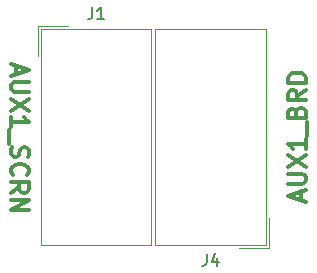
<source format=gto>
G04 #@! TF.GenerationSoftware,KiCad,Pcbnew,5.0.2-bee76a0~70~ubuntu18.04.1*
G04 #@! TF.CreationDate,2019-12-09T23:25:18+09:00*
G04 #@! TF.ProjectId,AUX1_adapter,41555831-5f61-4646-9170-7465722e6b69,rev?*
G04 #@! TF.SameCoordinates,Original*
G04 #@! TF.FileFunction,Legend,Top*
G04 #@! TF.FilePolarity,Positive*
%FSLAX46Y46*%
G04 Gerber Fmt 4.6, Leading zero omitted, Abs format (unit mm)*
G04 Created by KiCad (PCBNEW 5.0.2-bee76a0~70~ubuntu18.04.1) date Mon 09 Dec 2019 11:25:18 PM JST*
%MOMM*%
%LPD*%
G01*
G04 APERTURE LIST*
%ADD10C,0.300000*%
%ADD11C,0.120000*%
%ADD12C,0.150000*%
G04 APERTURE END LIST*
D10*
X107600000Y-70242857D02*
X107600000Y-69528571D01*
X108028571Y-70385714D02*
X106528571Y-69885714D01*
X108028571Y-69385714D01*
X106528571Y-68885714D02*
X107742857Y-68885714D01*
X107885714Y-68814285D01*
X107957142Y-68742857D01*
X108028571Y-68600000D01*
X108028571Y-68314285D01*
X107957142Y-68171428D01*
X107885714Y-68100000D01*
X107742857Y-68028571D01*
X106528571Y-68028571D01*
X106528571Y-67457142D02*
X108028571Y-66457142D01*
X106528571Y-66457142D02*
X108028571Y-67457142D01*
X108028571Y-65100000D02*
X108028571Y-65957142D01*
X108028571Y-65528571D02*
X106528571Y-65528571D01*
X106742857Y-65671428D01*
X106885714Y-65814285D01*
X106957142Y-65957142D01*
X108171428Y-64814285D02*
X108171428Y-63671428D01*
X107242857Y-62814285D02*
X107314285Y-62600000D01*
X107385714Y-62528571D01*
X107528571Y-62457142D01*
X107742857Y-62457142D01*
X107885714Y-62528571D01*
X107957142Y-62600000D01*
X108028571Y-62742857D01*
X108028571Y-63314285D01*
X106528571Y-63314285D01*
X106528571Y-62814285D01*
X106600000Y-62671428D01*
X106671428Y-62600000D01*
X106814285Y-62528571D01*
X106957142Y-62528571D01*
X107100000Y-62600000D01*
X107171428Y-62671428D01*
X107242857Y-62814285D01*
X107242857Y-63314285D01*
X108028571Y-60957142D02*
X107314285Y-61457142D01*
X108028571Y-61814285D02*
X106528571Y-61814285D01*
X106528571Y-61242857D01*
X106600000Y-61100000D01*
X106671428Y-61028571D01*
X106814285Y-60957142D01*
X107028571Y-60957142D01*
X107171428Y-61028571D01*
X107242857Y-61100000D01*
X107314285Y-61242857D01*
X107314285Y-61814285D01*
X108028571Y-60314285D02*
X106528571Y-60314285D01*
X106528571Y-59957142D01*
X106600000Y-59742857D01*
X106742857Y-59600000D01*
X106885714Y-59528571D01*
X107171428Y-59457142D01*
X107385714Y-59457142D01*
X107671428Y-59528571D01*
X107814285Y-59600000D01*
X107957142Y-59742857D01*
X108028571Y-59957142D01*
X108028571Y-60314285D01*
X83500000Y-58907142D02*
X83500000Y-59621428D01*
X83071428Y-58764285D02*
X84571428Y-59264285D01*
X83071428Y-59764285D01*
X84571428Y-60264285D02*
X83357142Y-60264285D01*
X83214285Y-60335714D01*
X83142857Y-60407142D01*
X83071428Y-60550000D01*
X83071428Y-60835714D01*
X83142857Y-60978571D01*
X83214285Y-61050000D01*
X83357142Y-61121428D01*
X84571428Y-61121428D01*
X84571428Y-61692857D02*
X83071428Y-62692857D01*
X84571428Y-62692857D02*
X83071428Y-61692857D01*
X83071428Y-64050000D02*
X83071428Y-63192857D01*
X83071428Y-63621428D02*
X84571428Y-63621428D01*
X84357142Y-63478571D01*
X84214285Y-63335714D01*
X84142857Y-63192857D01*
X82928571Y-64335714D02*
X82928571Y-65478571D01*
X83142857Y-65764285D02*
X83071428Y-65978571D01*
X83071428Y-66335714D01*
X83142857Y-66478571D01*
X83214285Y-66550000D01*
X83357142Y-66621428D01*
X83500000Y-66621428D01*
X83642857Y-66550000D01*
X83714285Y-66478571D01*
X83785714Y-66335714D01*
X83857142Y-66050000D01*
X83928571Y-65907142D01*
X84000000Y-65835714D01*
X84142857Y-65764285D01*
X84285714Y-65764285D01*
X84428571Y-65835714D01*
X84500000Y-65907142D01*
X84571428Y-66050000D01*
X84571428Y-66407142D01*
X84500000Y-66621428D01*
X83214285Y-68121428D02*
X83142857Y-68050000D01*
X83071428Y-67835714D01*
X83071428Y-67692857D01*
X83142857Y-67478571D01*
X83285714Y-67335714D01*
X83428571Y-67264285D01*
X83714285Y-67192857D01*
X83928571Y-67192857D01*
X84214285Y-67264285D01*
X84357142Y-67335714D01*
X84500000Y-67478571D01*
X84571428Y-67692857D01*
X84571428Y-67835714D01*
X84500000Y-68050000D01*
X84428571Y-68121428D01*
X83071428Y-69621428D02*
X83785714Y-69121428D01*
X83071428Y-68764285D02*
X84571428Y-68764285D01*
X84571428Y-69335714D01*
X84500000Y-69478571D01*
X84428571Y-69550000D01*
X84285714Y-69621428D01*
X84071428Y-69621428D01*
X83928571Y-69550000D01*
X83857142Y-69478571D01*
X83785714Y-69335714D01*
X83785714Y-68764285D01*
X83071428Y-70264285D02*
X84571428Y-70264285D01*
X83071428Y-71121428D01*
X84571428Y-71121428D01*
D11*
G04 #@! TO.C,J1*
X94945000Y-55750000D02*
X94945000Y-74070000D01*
X94945000Y-74070000D02*
X85595000Y-74070000D01*
X85595000Y-74070000D02*
X85595000Y-55750000D01*
X85595000Y-55750000D02*
X94945000Y-55750000D01*
X85345000Y-55500000D02*
X85345000Y-58040000D01*
X85345000Y-55500000D02*
X87885000Y-55500000D01*
G04 #@! TO.C,J4*
X104905000Y-74350000D02*
X102365000Y-74350000D01*
X104905000Y-74350000D02*
X104905000Y-71810000D01*
X104655000Y-74100000D02*
X95305000Y-74100000D01*
X104655000Y-55780000D02*
X104655000Y-74100000D01*
X95305000Y-55780000D02*
X104655000Y-55780000D01*
X95305000Y-74100000D02*
X95305000Y-55780000D01*
G04 #@! TO.C,J1*
D12*
X89936666Y-53948380D02*
X89936666Y-54662666D01*
X89889047Y-54805523D01*
X89793809Y-54900761D01*
X89650952Y-54948380D01*
X89555714Y-54948380D01*
X90936666Y-54948380D02*
X90365238Y-54948380D01*
X90650952Y-54948380D02*
X90650952Y-53948380D01*
X90555714Y-54091238D01*
X90460476Y-54186476D01*
X90365238Y-54234095D01*
G04 #@! TO.C,J4*
X99646666Y-74806380D02*
X99646666Y-75520666D01*
X99599047Y-75663523D01*
X99503809Y-75758761D01*
X99360952Y-75806380D01*
X99265714Y-75806380D01*
X100551428Y-75139714D02*
X100551428Y-75806380D01*
X100313333Y-74758761D02*
X100075238Y-75473047D01*
X100694285Y-75473047D01*
G04 #@! TD*
M02*

</source>
